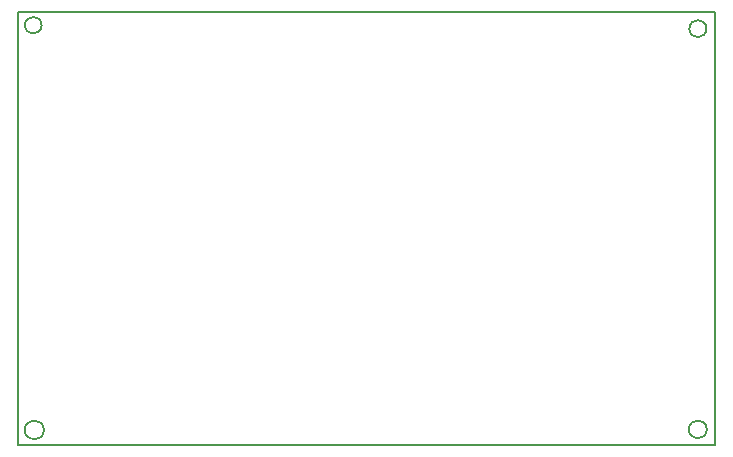
<source format=gm1>
G04 #@! TF.FileFunction,Profile,NP*
%FSLAX46Y46*%
G04 Gerber Fmt 4.6, Leading zero omitted, Abs format (unit mm)*
G04 Created by KiCad (PCBNEW 4.0.5+dfsg1-4~bpo8+1) date Tue Nov 21 17:33:29 2017*
%MOMM*%
%LPD*%
G01*
G04 APERTURE LIST*
%ADD10C,0.100000*%
%ADD11C,0.150000*%
G04 APERTURE END LIST*
D10*
D11*
X86500000Y-58500000D02*
X145500000Y-58500000D01*
X86500000Y-95190000D02*
X86500000Y-58500000D01*
X145500000Y-95190000D02*
X86500000Y-95190000D01*
X145500000Y-58500000D02*
X145500000Y-95190000D01*
X88467107Y-59630000D02*
G75*
G03X88467107Y-59630000I-707107J0D01*
G01*
X88656226Y-93900000D02*
G75*
G03X88656226Y-93900000I-806226J0D01*
G01*
X144791577Y-93850000D02*
G75*
G03X144791577Y-93850000I-761577J0D01*
G01*
X144751110Y-59920000D02*
G75*
G03X144751110Y-59920000I-721110J0D01*
G01*
M02*

</source>
